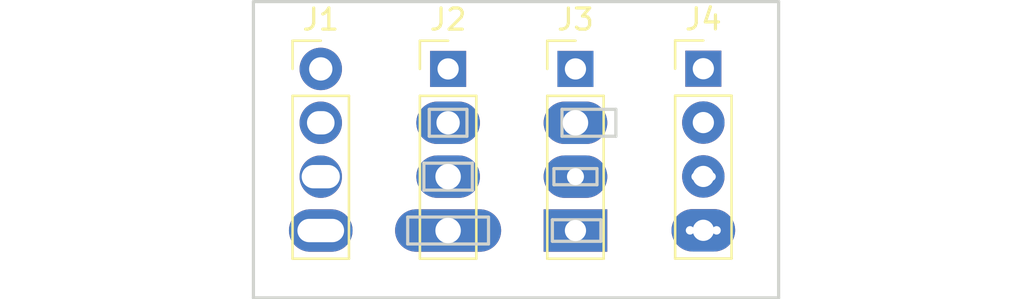
<source format=kicad_pcb>
(kicad_pcb (version 4) (host pcbnew 4.0.6-e0-6349~53~ubuntu14.04.1)

  (general
    (links 0)
    (no_connects 0)
    (area 109.259999 76.705 156.170001 102.945001)
    (thickness 1.6)
    (drawings 29)
    (tracks 6)
    (zones 0)
    (modules 4)
    (nets 1)
  )

  (page A4)
  (layers
    (0 F.Cu signal)
    (31 B.Cu signal)
    (32 B.Adhes user)
    (33 F.Adhes user)
    (34 B.Paste user)
    (35 F.Paste user)
    (36 B.SilkS user)
    (37 F.SilkS user)
    (38 B.Mask user)
    (39 F.Mask user)
    (40 Dwgs.User user)
    (41 Cmts.User user)
    (42 Eco1.User user)
    (43 Eco2.User user)
    (44 Edge.Cuts user)
    (45 Margin user)
    (46 B.CrtYd user)
    (47 F.CrtYd user)
    (48 B.Fab user)
    (49 F.Fab user)
  )

  (setup
    (last_trace_width 0.25)
    (trace_clearance 0.2)
    (zone_clearance 0.508)
    (zone_45_only no)
    (trace_min 0.2)
    (segment_width 0.2)
    (edge_width 0.15)
    (via_size 0.6)
    (via_drill 0.4)
    (via_min_size 0.4)
    (via_min_drill 0.3)
    (uvia_size 0.3)
    (uvia_drill 0.1)
    (uvias_allowed no)
    (uvia_min_size 0.2)
    (uvia_min_drill 0.1)
    (pcb_text_width 0.3)
    (pcb_text_size 1.5 1.5)
    (mod_edge_width 0.15)
    (mod_text_size 1 1)
    (mod_text_width 0.15)
    (pad_size 3 2)
    (pad_drill 1)
    (pad_to_mask_clearance 0.2)
    (aux_axis_origin 121.285 76.835)
    (visible_elements FFFFFF7F)
    (pcbplotparams
      (layerselection 0x01030_80000001)
      (usegerberextensions false)
      (excludeedgelayer true)
      (linewidth 0.100000)
      (plotframeref false)
      (viasonmask false)
      (mode 1)
      (useauxorigin true)
      (hpglpennumber 1)
      (hpglpenspeed 20)
      (hpglpendiameter 15)
      (hpglpenoverlay 2)
      (psnegative false)
      (psa4output false)
      (plotreference true)
      (plotvalue true)
      (plotinvisibletext false)
      (padsonsilk false)
      (subtractmaskfromsilk false)
      (outputformat 1)
      (mirror false)
      (drillshape 0)
      (scaleselection 1)
      (outputdirectory ""))
  )

  (net 0 "")

  (net_class Default "This is the default net class."
    (clearance 0.2)
    (trace_width 0.25)
    (via_dia 0.6)
    (via_drill 0.4)
    (uvia_dia 0.3)
    (uvia_drill 0.1)
  )

  (module Pin_Headers:Pin_Header_Straight_1x04_Pitch2.54mm (layer F.Cu) (tedit 59641E47) (tstamp 599A4AE3)
    (at 124.46 80.01)
    (descr "Through hole straight pin header, 1x04, 2.54mm pitch, single row")
    (tags "Through hole pin header THT 1x04 2.54mm single row")
    (fp_text reference J1 (at 0 -2.33) (layer F.SilkS)
      (effects (font (size 1 1) (thickness 0.15)))
    )
    (fp_text value Pin_Header_Straight_1x04_Pitch2.54mm (at 0 9.95) (layer F.Fab)
      (effects (font (size 1 1) (thickness 0.15)))
    )
    (fp_line (start -1.27 -1.27) (end -1.27 8.89) (layer F.Fab) (width 0.1))
    (fp_line (start -1.27 8.89) (end 1.27 8.89) (layer F.Fab) (width 0.1))
    (fp_line (start 1.27 8.89) (end 1.27 -1.27) (layer F.Fab) (width 0.1))
    (fp_line (start 1.27 -1.27) (end -1.27 -1.27) (layer F.Fab) (width 0.1))
    (fp_line (start -1.33 1.27) (end -1.33 8.95) (layer F.SilkS) (width 0.12))
    (fp_line (start -1.33 8.95) (end 1.33 8.95) (layer F.SilkS) (width 0.12))
    (fp_line (start 1.33 8.95) (end 1.33 1.27) (layer F.SilkS) (width 0.12))
    (fp_line (start 1.33 1.27) (end -1.33 1.27) (layer F.SilkS) (width 0.12))
    (fp_line (start -1.33 0) (end -1.33 -1.33) (layer F.SilkS) (width 0.12))
    (fp_line (start -1.33 -1.33) (end 0 -1.33) (layer F.SilkS) (width 0.12))
    (fp_line (start -1.8 -1.8) (end -1.8 9.4) (layer F.CrtYd) (width 0.05))
    (fp_line (start -1.8 9.4) (end 1.8 9.4) (layer F.CrtYd) (width 0.05))
    (fp_line (start 1.8 9.4) (end 1.8 -1.8) (layer F.CrtYd) (width 0.05))
    (fp_line (start 1.8 -1.8) (end -1.8 -1.8) (layer F.CrtYd) (width 0.05))
    (fp_text user %R (at 0 -2.33) (layer F.Fab)
      (effects (font (size 1 1) (thickness 0.15)))
    )
    (pad 1 thru_hole circle (at 0 0) (size 2 2) (drill oval 1.1) (layers *.Cu *.Mask))
    (pad 2 thru_hole circle (at 0 2.54) (size 2 2) (drill oval 1.3 1.1) (layers *.Cu *.Mask))
    (pad 3 thru_hole circle (at 0 5.08) (size 2 2) (drill oval 1.8 1.1) (layers *.Cu *.Mask))
    (pad 4 thru_hole oval (at 0 7.62) (size 3 2) (drill oval 2.2 1.1) (layers *.Cu *.Mask))
    (model ${KISYS3DMOD}/Pin_Headers.3dshapes/Pin_Header_Straight_1x04_Pitch2.54mm.wrl
      (at (xyz 0 -0.15 0))
      (scale (xyz 1 1 1))
      (rotate (xyz 0 0 90))
    )
  )

  (module Pin_Headers:Pin_Header_Straight_1x04_Pitch2.54mm (layer F.Cu) (tedit 59641E41) (tstamp 599A4BF7)
    (at 130.465 80.01)
    (descr "Through hole straight pin header, 1x04, 2.54mm pitch, single row")
    (tags "Through hole pin header THT 1x04 2.54mm single row")
    (fp_text reference J2 (at 0 -2.33) (layer F.SilkS)
      (effects (font (size 1 1) (thickness 0.15)))
    )
    (fp_text value Pin_Header_Straight_1x04_Pitch2.54mm (at 0 9.95) (layer F.Fab)
      (effects (font (size 1 1) (thickness 0.15)))
    )
    (fp_line (start -1.27 -1.27) (end -1.27 8.89) (layer F.Fab) (width 0.1))
    (fp_line (start -1.27 8.89) (end 1.27 8.89) (layer F.Fab) (width 0.1))
    (fp_line (start 1.27 8.89) (end 1.27 -1.27) (layer F.Fab) (width 0.1))
    (fp_line (start 1.27 -1.27) (end -1.27 -1.27) (layer F.Fab) (width 0.1))
    (fp_line (start -1.33 1.27) (end -1.33 8.95) (layer F.SilkS) (width 0.12))
    (fp_line (start -1.33 8.95) (end 1.33 8.95) (layer F.SilkS) (width 0.12))
    (fp_line (start 1.33 8.95) (end 1.33 1.27) (layer F.SilkS) (width 0.12))
    (fp_line (start 1.33 1.27) (end -1.33 1.27) (layer F.SilkS) (width 0.12))
    (fp_line (start -1.33 0) (end -1.33 -1.33) (layer F.SilkS) (width 0.12))
    (fp_line (start -1.33 -1.33) (end 0 -1.33) (layer F.SilkS) (width 0.12))
    (fp_line (start -1.8 -1.8) (end -1.8 9.4) (layer F.CrtYd) (width 0.05))
    (fp_line (start -1.8 9.4) (end 1.8 9.4) (layer F.CrtYd) (width 0.05))
    (fp_line (start 1.8 9.4) (end 1.8 -1.8) (layer F.CrtYd) (width 0.05))
    (fp_line (start 1.8 -1.8) (end -1.8 -1.8) (layer F.CrtYd) (width 0.05))
    (fp_text user %R (at 0 -2.33) (layer F.Fab)
      (effects (font (size 1 1) (thickness 0.15)))
    )
    (pad 1 thru_hole rect (at 0 0) (size 1.7 1.7) (drill 1) (layers *.Cu *.Mask))
    (pad 2 thru_hole oval (at 0 2.54) (size 3 2) (drill 1.1) (layers *.Cu *.Mask))
    (pad 3 thru_hole oval (at 0 5.08) (size 3 2) (drill 1.2) (layers *.Cu *.Mask))
    (pad 4 thru_hole oval (at 0 7.62) (size 5 2) (drill 1.2) (layers *.Cu *.Mask))
    (model ${KISYS3DMOD}/Pin_Headers.3dshapes/Pin_Header_Straight_1x04_Pitch2.54mm.wrl
      (at (xyz 0 -0.15 0))
      (scale (xyz 1 1 1))
      (rotate (xyz 0 0 90))
    )
  )

  (module Pin_Headers:Pin_Header_Straight_1x04_Pitch2.54mm (layer F.Cu) (tedit 5995E0D0) (tstamp 599A4C9E)
    (at 136.47 80.01)
    (descr "Through hole straight pin header, 1x04, 2.54mm pitch, single row")
    (tags "Through hole pin header THT 1x04 2.54mm single row")
    (fp_text reference J3 (at 0 -2.33) (layer F.SilkS)
      (effects (font (size 1 1) (thickness 0.15)))
    )
    (fp_text value Pin_Header_Straight_1x04_Pitch2.54mm (at 0 9.95) (layer F.Fab)
      (effects (font (size 1 1) (thickness 0.15)))
    )
    (fp_line (start -1.27 -1.27) (end -1.27 8.89) (layer F.Fab) (width 0.1))
    (fp_line (start -1.27 8.89) (end 1.27 8.89) (layer F.Fab) (width 0.1))
    (fp_line (start 1.27 8.89) (end 1.27 -1.27) (layer F.Fab) (width 0.1))
    (fp_line (start 1.27 -1.27) (end -1.27 -1.27) (layer F.Fab) (width 0.1))
    (fp_line (start -1.33 1.27) (end -1.33 8.95) (layer F.SilkS) (width 0.12))
    (fp_line (start -1.33 8.95) (end 1.33 8.95) (layer F.SilkS) (width 0.12))
    (fp_line (start 1.33 8.95) (end 1.33 1.27) (layer F.SilkS) (width 0.12))
    (fp_line (start 1.33 1.27) (end -1.33 1.27) (layer F.SilkS) (width 0.12))
    (fp_line (start -1.33 0) (end -1.33 -1.33) (layer F.SilkS) (width 0.12))
    (fp_line (start -1.33 -1.33) (end 0 -1.33) (layer F.SilkS) (width 0.12))
    (fp_line (start -1.8 -1.8) (end -1.8 9.4) (layer F.CrtYd) (width 0.05))
    (fp_line (start -1.8 9.4) (end 1.8 9.4) (layer F.CrtYd) (width 0.05))
    (fp_line (start 1.8 9.4) (end 1.8 -1.8) (layer F.CrtYd) (width 0.05))
    (fp_line (start 1.8 -1.8) (end -1.8 -1.8) (layer F.CrtYd) (width 0.05))
    (fp_text user %R (at 0 -2.33) (layer F.Fab)
      (effects (font (size 1 1) (thickness 0.15)))
    )
    (pad 1 thru_hole rect (at 0 0) (size 1.7 1.7) (drill 1) (layers *.Cu *.Mask))
    (pad 2 thru_hole oval (at 0 2.54) (size 3 2) (drill 1.2) (layers *.Cu *.Mask))
    (pad 3 thru_hole oval (at 0 5.08) (size 3 2) (drill 0.8) (layers *.Cu *.Mask))
    (pad 4 thru_hole rect (at 0 7.62) (size 3 2) (drill 1) (layers *.Cu *.Mask))
    (model ${KISYS3DMOD}/Pin_Headers.3dshapes/Pin_Header_Straight_1x04_Pitch2.54mm.wrl
      (at (xyz 0 -0.15 0))
      (scale (xyz 1 1 1))
      (rotate (xyz 0 0 90))
    )
  )

  (module Pin_Headers:Pin_Header_Straight_1x04_Pitch2.54mm (layer F.Cu) (tedit 5995E02F) (tstamp 59989465)
    (at 142.5 80)
    (descr "Through hole straight pin header, 1x04, 2.54mm pitch, single row")
    (tags "Through hole pin header THT 1x04 2.54mm single row")
    (fp_text reference J4 (at 0 -2.33) (layer F.SilkS)
      (effects (font (size 1 1) (thickness 0.15)))
    )
    (fp_text value Pin_Header_Straight_1x04_Pitch2.54mm (at 0 9.95) (layer F.Fab)
      (effects (font (size 1 1) (thickness 0.15)))
    )
    (fp_line (start -1.27 -1.27) (end -1.27 8.89) (layer F.Fab) (width 0.1))
    (fp_line (start -1.27 8.89) (end 1.27 8.89) (layer F.Fab) (width 0.1))
    (fp_line (start 1.27 8.89) (end 1.27 -1.27) (layer F.Fab) (width 0.1))
    (fp_line (start 1.27 -1.27) (end -1.27 -1.27) (layer F.Fab) (width 0.1))
    (fp_line (start -1.33 1.27) (end -1.33 8.95) (layer F.SilkS) (width 0.12))
    (fp_line (start -1.33 8.95) (end 1.33 8.95) (layer F.SilkS) (width 0.12))
    (fp_line (start 1.33 8.95) (end 1.33 1.27) (layer F.SilkS) (width 0.12))
    (fp_line (start 1.33 1.27) (end -1.33 1.27) (layer F.SilkS) (width 0.12))
    (fp_line (start -1.33 0) (end -1.33 -1.33) (layer F.SilkS) (width 0.12))
    (fp_line (start -1.33 -1.33) (end 0 -1.33) (layer F.SilkS) (width 0.12))
    (fp_line (start -1.8 -1.8) (end -1.8 9.4) (layer F.CrtYd) (width 0.05))
    (fp_line (start -1.8 9.4) (end 1.8 9.4) (layer F.CrtYd) (width 0.05))
    (fp_line (start 1.8 9.4) (end 1.8 -1.8) (layer F.CrtYd) (width 0.05))
    (fp_line (start 1.8 -1.8) (end -1.8 -1.8) (layer F.CrtYd) (width 0.05))
    (fp_text user %R (at 0 -2.33) (layer F.Fab)
      (effects (font (size 1 1) (thickness 0.15)))
    )
    (pad 1 thru_hole rect (at 0 0) (size 1.7 1.7) (drill 1) (layers *.Cu *.Mask))
    (pad 2 thru_hole circle (at 0 2.54) (size 2 2) (drill 1) (layers *.Cu *.Mask))
    (pad 3 thru_hole circle (at 0 5.08) (size 2 2) (drill 1) (layers *.Cu *.Mask))
    (pad 4 thru_hole oval (at 0 7.62) (size 3 2) (drill 1) (layers *.Cu *.Mask))
    (model ${KISYS3DMOD}/Pin_Headers.3dshapes/Pin_Header_Straight_1x04_Pitch2.54mm.wrl
      (at (xyz 0 -0.15 0))
      (scale (xyz 1 1 1))
      (rotate (xyz 0 0 90))
    )
  )

  (gr_line (start 135.382 88.138) (end 135.382 87.122) (angle 90) (layer Edge.Cuts) (width 0.15))
  (gr_line (start 137.668 88.138) (end 135.382 88.138) (angle 90) (layer Edge.Cuts) (width 0.15))
  (gr_line (start 137.668 87.122) (end 137.668 88.138) (angle 90) (layer Edge.Cuts) (width 0.15))
  (gr_line (start 135.382 87.122) (end 137.668 87.122) (angle 90) (layer Edge.Cuts) (width 0.15))
  (gr_line (start 146.05 76.835) (end 146.05 90.805) (angle 90) (layer Edge.Cuts) (width 0.15))
  (gr_line (start 121.285 90.805) (end 121.285 76.835) (angle 90) (layer Edge.Cuts) (width 0.15))
  (gr_line (start 121.285 90.805) (end 146.05 90.805) (angle 90) (layer Edge.Cuts) (width 0.15))
  (gr_line (start 137.486 84.709) (end 136.47 84.709) (angle 90) (layer Edge.Cuts) (width 0.15))
  (gr_line (start 137.486 85.471) (end 137.486 84.709) (angle 90) (layer Edge.Cuts) (width 0.15))
  (gr_line (start 135.454 85.471) (end 137.486 85.471) (angle 90) (layer Edge.Cuts) (width 0.15))
  (gr_line (start 135.454 84.709) (end 135.454 85.471) (angle 90) (layer Edge.Cuts) (width 0.15))
  (gr_line (start 136.47 84.709) (end 135.454 84.709) (angle 90) (layer Edge.Cuts) (width 0.15))
  (gr_line (start 138.375 81.915) (end 135.835 81.915) (angle 90) (layer Edge.Cuts) (width 0.15))
  (gr_line (start 138.375 83.185) (end 138.375 81.915) (angle 90) (layer Edge.Cuts) (width 0.15))
  (gr_line (start 135.835 83.185) (end 138.375 83.185) (angle 90) (layer Edge.Cuts) (width 0.15))
  (gr_line (start 135.835 81.915) (end 135.835 83.185) (angle 90) (layer Edge.Cuts) (width 0.15))
  (gr_line (start 128.56 88.265) (end 128.56 86.995) (angle 90) (layer Edge.Cuts) (width 0.15))
  (gr_line (start 132.37 88.265) (end 128.56 88.265) (angle 90) (layer Edge.Cuts) (width 0.15))
  (gr_line (start 132.37 86.995) (end 132.37 88.265) (angle 90) (layer Edge.Cuts) (width 0.15))
  (gr_line (start 128.56 86.995) (end 132.37 86.995) (angle 90) (layer Edge.Cuts) (width 0.15))
  (gr_line (start 129.322 85.725) (end 129.322 84.455) (angle 90) (layer Edge.Cuts) (width 0.15))
  (gr_line (start 131.608 85.725) (end 129.322 85.725) (angle 90) (layer Edge.Cuts) (width 0.15))
  (gr_line (start 131.608 84.455) (end 131.608 85.725) (angle 90) (layer Edge.Cuts) (width 0.15))
  (gr_line (start 129.322 84.455) (end 131.608 84.455) (angle 90) (layer Edge.Cuts) (width 0.15))
  (gr_line (start 129.576 83.185) (end 129.576 81.915) (angle 90) (layer Edge.Cuts) (width 0.15))
  (gr_line (start 131.354 83.185) (end 129.576 83.185) (angle 90) (layer Edge.Cuts) (width 0.15))
  (gr_line (start 131.354 81.915) (end 131.354 83.185) (angle 90) (layer Edge.Cuts) (width 0.15))
  (gr_line (start 129.576 81.915) (end 131.354 81.915) (angle 90) (layer Edge.Cuts) (width 0.15))
  (gr_line (start 121.285 76.835) (end 146.05 76.835) (angle 90) (layer Edge.Cuts) (width 0.15))

  (via (at 142.1384 85.09) (size 0.6) (drill 0.4) (layers F.Cu B.Cu) (net 0))
  (via (at 142.8877 85.09) (size 0.6) (drill 0.4) (layers F.Cu B.Cu) (net 0))
  (segment (start 142.1384 85.09) (end 142.8877 85.09) (width 0.25) (layer B.Cu) (net 0) (tstamp 59989544))
  (via (at 141.873 87.6225) (size 0.6) (drill 0.4) (layers F.Cu B.Cu) (net 0))
  (segment (start 143.123 87.6225) (end 141.873 87.6225) (width 0.25) (layer F.Cu) (net 0) (tstamp 5998953C))
  (via (at 143.123 87.6225) (size 0.6) (drill 0.4) (layers F.Cu B.Cu) (net 0))

)

</source>
